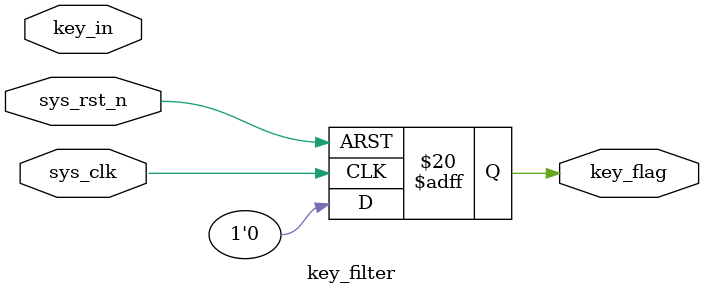
<source format=v>
module key_filter
#(
parameter CNT_MAX = 21'd2000_000 //¼ÆÊýÆ÷¼ÆÊý×î´óÖµ
)
(
input wire sys_clk , //ÏµÍ³Ê±ÖÓ100MHz
input wire sys_rst_n , //È«¾Ö¸´Î»
input wire key_in , //°´¼üÊäÈëÐÅºÅ

output reg key_flag //key_flagÎª1Ê±±íÊ¾Ïû¶¶ºó¼ì²âµ½°´¼ü±»°´ÏÂ
//key_flagÎª0Ê±±íÊ¾Ã»ÓÐ¼ì²âµ½°´¼ü±»°´ÏÂ
);

reg [19:0] cnt_20ms ; //¼ÆÊýÆ÷

always@(posedge sys_clk or negedge sys_rst_n)
if(sys_rst_n == 1'b0)
cnt_20ms <= 21'b0;
else if(key_in == 1'b1)
cnt_20ms <= 21'b0;
else if(cnt_20ms == CNT_MAX && key_in == 1'b0)
cnt_20ms <= cnt_20ms;
else
cnt_20ms <= cnt_20ms + 1'b1;

always@(posedge sys_clk or negedge sys_rst_n)
if(sys_rst_n == 1'b0)
key_flag <= 1'b0;
else if(cnt_20ms == CNT_MAX - 1'b1)
key_flag <= 1'b1;
else
key_flag <= 1'b0;

endmodule
</source>
